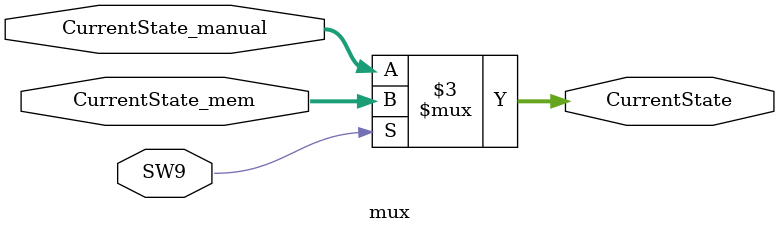
<source format=v>
module mux(

    input           [2:0]       CurrentState_mem,
    input           [2:0]       CurrentState_manual,
    input                       SW9,
    output   reg    [2:0]       CurrentState
    
);

always @(CurrentState_mem, CurrentState_manual, SW9)
  begin
    if(SW9)
        begin
            CurrentState <= CurrentState_mem;
        end
    else
        begin
            CurrentState <= CurrentState_manual;
        end
  end

endmodule
</source>
